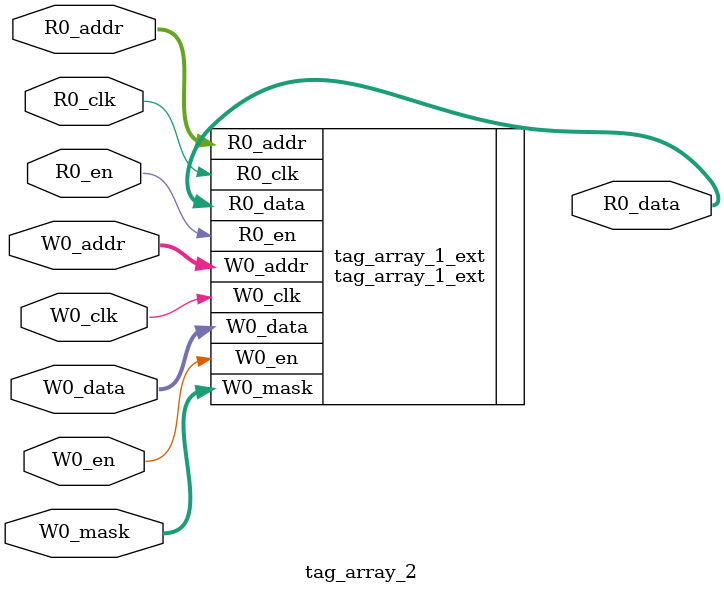
<source format=sv>
`ifndef RANDOMIZE
  `ifdef RANDOMIZE_REG_INIT
    `define RANDOMIZE
  `endif // RANDOMIZE_REG_INIT
`endif // not def RANDOMIZE
`ifndef RANDOMIZE
  `ifdef RANDOMIZE_MEM_INIT
    `define RANDOMIZE
  `endif // RANDOMIZE_MEM_INIT
`endif // not def RANDOMIZE

`ifndef RANDOM
  `define RANDOM $random
`endif // not def RANDOM

// Users can define 'PRINTF_COND' to add an extra gate to prints.
`ifndef PRINTF_COND_
  `ifdef PRINTF_COND
    `define PRINTF_COND_ (`PRINTF_COND)
  `else  // PRINTF_COND
    `define PRINTF_COND_ 1
  `endif // PRINTF_COND
`endif // not def PRINTF_COND_

// Users can define 'ASSERT_VERBOSE_COND' to add an extra gate to assert error printing.
`ifndef ASSERT_VERBOSE_COND_
  `ifdef ASSERT_VERBOSE_COND
    `define ASSERT_VERBOSE_COND_ (`ASSERT_VERBOSE_COND)
  `else  // ASSERT_VERBOSE_COND
    `define ASSERT_VERBOSE_COND_ 1
  `endif // ASSERT_VERBOSE_COND
`endif // not def ASSERT_VERBOSE_COND_

// Users can define 'STOP_COND' to add an extra gate to stop conditions.
`ifndef STOP_COND_
  `ifdef STOP_COND
    `define STOP_COND_ (`STOP_COND)
  `else  // STOP_COND
    `define STOP_COND_ 1
  `endif // STOP_COND
`endif // not def STOP_COND_

// Users can define INIT_RANDOM as general code that gets injected into the
// initializer block for modules with registers.
`ifndef INIT_RANDOM
  `define INIT_RANDOM
`endif // not def INIT_RANDOM

// If using random initialization, you can also define RANDOMIZE_DELAY to
// customize the delay used, otherwise 0.002 is used.
`ifndef RANDOMIZE_DELAY
  `define RANDOMIZE_DELAY 0.002
`endif // not def RANDOMIZE_DELAY

// Define INIT_RANDOM_PROLOG_ for use in our modules below.
`ifndef INIT_RANDOM_PROLOG_
  `ifdef RANDOMIZE
    `ifdef VERILATOR
      `define INIT_RANDOM_PROLOG_ `INIT_RANDOM
    `else  // VERILATOR
      `define INIT_RANDOM_PROLOG_ `INIT_RANDOM #`RANDOMIZE_DELAY begin end
    `endif // VERILATOR
  `else  // RANDOMIZE
    `define INIT_RANDOM_PROLOG_
  `endif // RANDOMIZE
`endif // not def INIT_RANDOM_PROLOG_

module tag_array_2(	// @[HellaCache.scala:325:30]
  input  [5:0]  R0_addr,
  input         R0_en,
                R0_clk,
  input  [5:0]  W0_addr,
  input         W0_en,
                W0_clk,
  input  [99:0] W0_data,
  input  [3:0]  W0_mask,
  output [99:0] R0_data
);

  tag_array_1_ext tag_array_1_ext (	// @[HellaCache.scala:325:30]
    .R0_addr (R0_addr),
    .R0_en   (R0_en),
    .R0_clk  (R0_clk),
    .W0_addr (W0_addr),
    .W0_en   (W0_en),
    .W0_clk  (W0_clk),
    .W0_data (W0_data),
    .W0_mask (W0_mask),
    .R0_data (R0_data)
  );
endmodule


</source>
